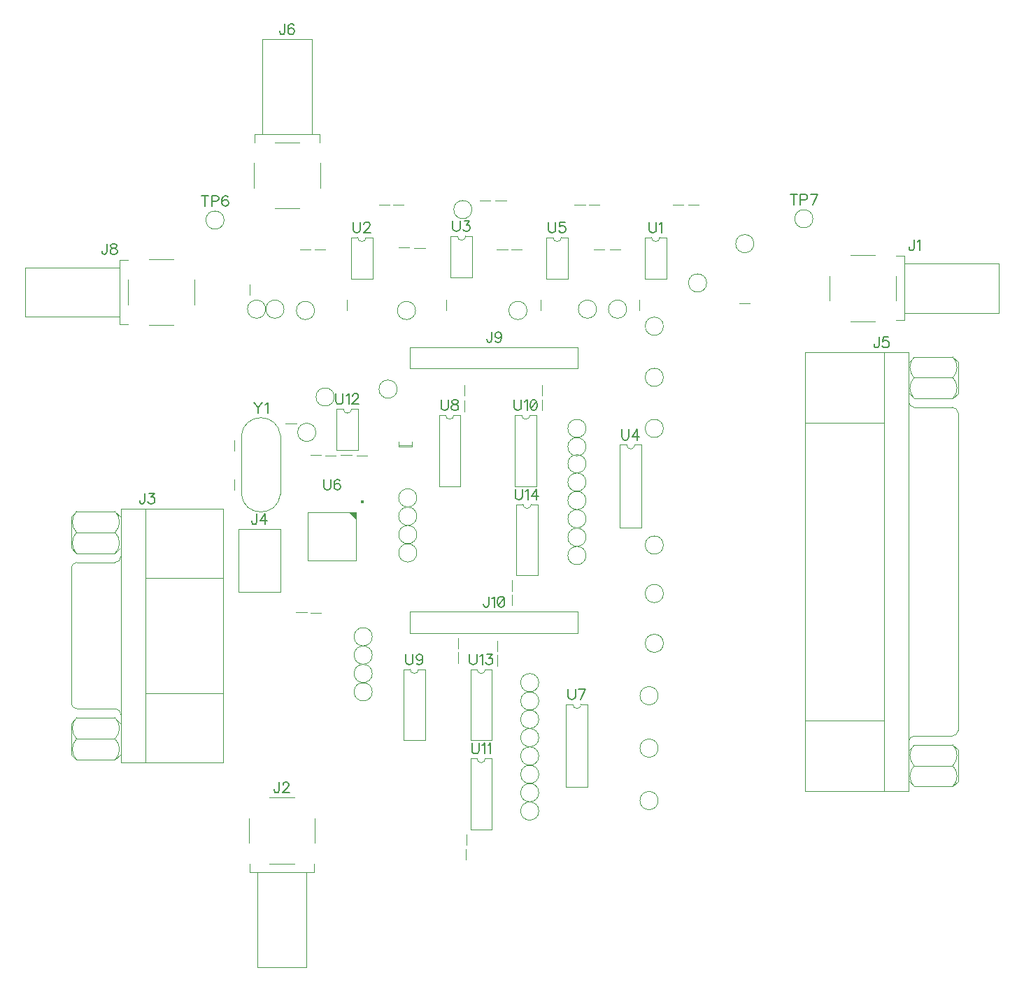
<source format=gbr>
G04 DipTrace 3.3.1.3*
G04 TopSilk.gbr*
%MOIN*%
G04 #@! TF.FileFunction,Legend,Top*
G04 #@! TF.Part,Single*
%ADD10C,0.004724*%
%ADD27O,0.016422X0.016542*%
%ADD74C,0.00772*%
%FSLAX26Y26*%
G04*
G70*
G90*
G75*
G01*
G04 TopSilk*
%LPD*%
X3046276Y3605019D2*
D10*
X3097418D1*
X3119642Y3605117D2*
X3170784D1*
X1028804Y3175687D2*
Y3226829D1*
X1966354Y3100688D2*
Y3151830D1*
X2416354Y3100687D2*
Y3151829D1*
X2275892Y3392617D2*
X2327033D1*
X2207141D2*
X2258283D1*
X2744642D2*
X2795784D1*
X2669741Y3392716D2*
X2720882D1*
X2885103Y3100687D2*
Y3151829D1*
X2577527Y3605019D2*
X2628669D1*
X2644641Y3605117D2*
X2695783D1*
X3414483Y3134899D2*
X3363342D1*
X1813392Y3398868D2*
X1864533D1*
X1338342Y3392617D2*
X1389483D1*
X1269592D2*
X1320734D1*
X1644592Y3605117D2*
X1695734D1*
X1713342D2*
X1764483D1*
X1491304Y3100687D2*
Y3151829D1*
X1538392Y2409636D2*
X1589533D1*
X1463392Y2411368D2*
X1514533D1*
X1738392Y3400600D2*
X1789533D1*
X2125793Y3623770D2*
X2176935D1*
X2200892Y3623868D2*
X2252033D1*
X1388390Y2409636D2*
X1439532D1*
X1319641Y2411368D2*
X1370783D1*
X1370781Y1659901D2*
X1319640D1*
X1302032Y1661633D2*
X1250890D1*
X955321Y2483079D2*
Y2431938D1*
Y2295579D2*
Y2244438D1*
X2024071Y1470579D2*
Y1419438D1*
X2024268Y1539330D2*
Y1488188D1*
X2053852Y2694438D2*
Y2745579D1*
Y2619438D2*
Y2670579D1*
X1200890Y2561368D2*
X1252032D1*
X1801676Y2458296D2*
X1738747D1*
X1801676Y2450847D2*
X1738747D1*
X1801676D2*
Y2474406D1*
X1738747Y2450847D2*
Y2474406D1*
X2422603Y2625688D2*
Y2676830D1*
Y2694438D2*
Y2745579D1*
X2278852Y1763187D2*
Y1814329D1*
Y1694438D2*
Y1745579D1*
X2061836Y550688D2*
Y601830D1*
X2060103Y481938D2*
Y533079D1*
X2210103Y1406938D2*
Y1458079D1*
Y1475688D2*
Y1526830D1*
X4108907Y3361052D2*
X4148293D1*
Y3053965D1*
X4108907D1*
X4010523Y3364989D2*
X3892447D1*
X4108907Y3266564D2*
Y3148453D1*
X4010523Y3050028D2*
X3892447D1*
X3793982Y3266564D2*
Y3148453D1*
X4148293Y3325619D2*
X4601069D1*
Y3089398D1*
X4148293D1*
X1336256Y462564D2*
Y423178D1*
X1029170D1*
Y462564D1*
X1340193Y560947D2*
Y679024D1*
X1241768Y462564D2*
X1123658D1*
X1025233Y560947D2*
Y679024D1*
X1241768Y777489D2*
X1123658D1*
X1300823Y423178D2*
Y-29598D1*
X1064603D1*
Y423178D1*
X204408Y2042934D2*
G03X204408Y1942288I52270J-50323D01*
G01*
Y2142367D2*
G03X204408Y2042934I50784J-49717D01*
G01*
X387693D2*
G03X387693Y2142367I-48321J49717D01*
G01*
Y1942288D2*
G03X387693Y2042934I-49756J50323D01*
G01*
X204408Y1058304D2*
G03X204408Y958871I50784J-49717D01*
G01*
Y1158949D2*
G03X204408Y1058304I52270J-50323D01*
G01*
X387693D2*
G03X387693Y1158949I-49756J50323D01*
G01*
Y958871D2*
G03X387693Y1058304I-48321J49717D01*
G01*
X206581Y1899847D2*
G03X179052Y1871957I570J-28093D01*
G01*
X387693Y1899847D2*
G03X415222Y1926524I1442J26055D01*
G01*
X179052Y1229280D2*
G03X206581Y1201390I28098J204D01*
G01*
X415222Y1174713D2*
G03X387693Y1201390I-26087J622D01*
G01*
Y1942288D2*
X413048Y1967752D1*
X387693Y1942288D2*
X204408D1*
X179052Y1967752D1*
Y2118115D1*
X204408Y2142367D1*
X254394D2*
X246426D1*
X387693D2*
X204408D1*
X413048Y2118115D2*
X387693Y2142367D1*
Y2042934D2*
X204408D1*
X387693Y958871D2*
X413048Y983123D1*
X387693Y958871D2*
X204408D1*
X179052Y983123D1*
Y1133485D1*
X204408Y1158949D1*
X254394D2*
X246426D1*
X387693D2*
X204408D1*
X413048Y1133485D2*
X387693Y1158949D1*
Y1058304D2*
X204408D1*
X387693Y1899847D2*
X206581D1*
X387693Y1201390D2*
X206581D1*
X903498Y1275359D2*
X533306D1*
X415222Y944319D2*
Y2156918D1*
X903498Y1825878D2*
X533306D1*
X903498Y944319D2*
Y2156918D1*
X179052Y1229280D2*
Y1871957D1*
X903498Y944319D2*
X415222D1*
X903498Y2156918D2*
X415222D1*
X533306Y944319D2*
Y2156918D1*
X1176461Y2057508D2*
X976461D1*
Y1757508D1*
X1176461D1*
Y2057508D1*
X4377706Y1071633D2*
G03X4405396Y1098810I-276J27977D01*
G01*
X4169301Y2666724D2*
G03X4196991Y2639546I27967J799D01*
G01*
Y1071633D2*
G03X4169301Y1044456I276J-27977D01*
G01*
X4405396Y2612369D2*
G03X4377706Y2639546I-27967J-799D01*
G01*
X4379892Y2779613D2*
G03X4379892Y2879960I-51488J50173D01*
G01*
Y2681357D2*
G03X4379892Y2781704I-51488J50173D01*
G01*
X4196262D2*
G03X4196262Y2681357I51488J-50173D01*
G01*
Y2879960D2*
G03X4196262Y2779613I51488J-50173D01*
G01*
X4379892Y929476D2*
G03X4379892Y1029822I-51488J50173D01*
G01*
Y831220D2*
G03X4379892Y929476I-48918J49128D01*
G01*
X4196262D2*
G03X4196262Y831220I48918J-49128D01*
G01*
Y1029822D2*
G03X4196262Y929476I51488J-50173D01*
G01*
X4169301Y810314D2*
X3676707D1*
X4169301Y2900865D2*
X3676707D1*
Y810314D2*
Y2900865D1*
X4051253Y1146893D2*
X3676707D1*
X4169301Y810314D2*
Y2900865D1*
X4051253Y2564287D2*
X3676707D1*
X4405396Y1098810D2*
Y2612369D1*
X4377706Y1071633D2*
X4196991D1*
X4377706Y2639546D2*
X4196991D1*
X4051253Y810314D2*
Y2900865D1*
X4171487Y2854873D2*
X4196262Y2879960D1*
X4379892D2*
X4196262D1*
X4405396Y2854873D2*
X4380620Y2879960D1*
X4405396Y2706444D2*
Y2854873D1*
X4380620Y2681357D2*
X4405396Y2706444D1*
X4338356Y2681357D2*
X4330341D1*
X4379892D2*
X4196262D1*
X4171487Y2706444D1*
X4379892Y2781704D2*
X4196262D1*
X4171487Y1004735D2*
X4196262Y1029822D1*
X4379892D2*
X4196262D1*
X4405396Y1004735D2*
X4380620Y1029822D1*
X4405396Y856306D2*
Y1004735D1*
X4380620Y831220D2*
X4405396Y856306D1*
X4338356Y831220D2*
X4330341D1*
X4379892D2*
X4196262D1*
X4171487Y856306D1*
X4379892Y929476D2*
X4196262D1*
X1054169Y3902453D2*
Y3941839D1*
X1361255D1*
Y3902453D1*
X1050231Y3804069D2*
Y3685993D1*
X1148657Y3902453D2*
X1266767D1*
X1365192Y3804069D2*
Y3685993D1*
X1148657Y3587528D2*
X1266767D1*
X1089602Y3941839D2*
Y4394615D1*
X1325822D1*
Y3941839D1*
X450268Y3035214D2*
X410882D1*
Y3342301D1*
X450268D1*
X548652Y3031277D2*
X666729D1*
X450268Y3129703D2*
Y3247813D1*
X548652Y3346238D2*
X666729D1*
X765193Y3129703D2*
Y3247813D1*
X410882Y3070648D2*
X-41893D1*
Y3306868D1*
X410882D1*
X2594141Y2826256D2*
X1794214D1*
Y2926258D1*
X2594141D1*
Y2826256D1*
Y1563756D2*
X1794214D1*
Y1663758D1*
X2594141D1*
Y1563756D1*
X2595655Y3107508D2*
G02X2595655Y3107508I43307J0D01*
G01*
X3345606Y3420008D2*
G02X3345606Y3420008I43307J0D01*
G01*
X3120606Y3232508D2*
G02X3120606Y3232508I43307J0D01*
G01*
X2545655Y1932508D2*
G02X2545655Y1932508I43307J0D01*
G01*
X2001856Y3582508D2*
G02X2001856Y3582508I43307J0D01*
G01*
X820655Y3532508D2*
G02X820655Y3532508I43307J0D01*
G01*
X3626905Y3538759D2*
G02X3626905Y3538759I43307J0D01*
G01*
X1106373Y3107508D2*
G02X1106373Y3107508I43307J0D01*
G01*
X1251856Y3101258D2*
G02X1251856Y3101258I43307J0D01*
G01*
X2264405D2*
G02X2264405Y3101258I43307J0D01*
G01*
X2739406Y3107508D2*
G02X2739406Y3107508I43307J0D01*
G01*
X1733155Y3101258D2*
G02X1733155Y3101258I43307J0D01*
G01*
X1018873Y3107508D2*
G02X1018873Y3107508I43307J0D01*
G01*
X2545655Y2020008D2*
G02X2545655Y2020008I43307J0D01*
G01*
Y2107508D2*
G02X2545655Y2107508I43307J0D01*
G01*
Y2195008D2*
G02X2545655Y2195008I43307J0D01*
G01*
Y2282508D2*
G02X2545655Y2282508I43307J0D01*
G01*
Y2370008D2*
G02X2545655Y2370008I43307J0D01*
G01*
Y2451258D2*
G02X2545655Y2451258I43307J0D01*
G01*
Y2538758D2*
G02X2545655Y2538758I43307J0D01*
G01*
X2320654Y713758D2*
G02X2320654Y713758I43307J0D01*
G01*
X1739406Y1945010D2*
G02X1739406Y1945010I43307J0D01*
G01*
X2320654Y801258D2*
G02X2320654Y801258I43307J0D01*
G01*
Y888758D2*
G02X2320654Y888758I43307J0D01*
G01*
Y976258D2*
G02X2320654Y976258I43307J0D01*
G01*
Y1063758D2*
G02X2320654Y1063758I43307J0D01*
G01*
Y1151258D2*
G02X2320654Y1151258I43307J0D01*
G01*
Y1238758D2*
G02X2320654Y1238758I43307J0D01*
G01*
Y1326258D2*
G02X2320654Y1326258I43307J0D01*
G01*
X1258154Y2520008D2*
G02X1258154Y2520008I43307J0D01*
G01*
X1739406Y2032510D2*
G02X1739406Y2032510I43307J0D01*
G01*
Y2120008D2*
G02X1739406Y2120008I43307J0D01*
G01*
Y2207508D2*
G02X1739406Y2207508I43307J0D01*
G01*
X1526903Y1545008D2*
G02X1526903Y1545008I43307J0D01*
G01*
Y1457508D2*
G02X1526903Y1457508I43307J0D01*
G01*
Y1370008D2*
G02X1526903Y1370008I43307J0D01*
G01*
Y1282508D2*
G02X1526903Y1282508I43307J0D01*
G01*
X1345655Y2688758D2*
G02X1345655Y2688758I43307J0D01*
G01*
X1645655Y2726259D2*
G02X1645655Y2726259I43307J0D01*
G01*
X2914406Y3026258D2*
G02X2914406Y3026258I43307J0D01*
G01*
Y2782508D2*
G02X2914406Y2782508I43307J0D01*
G01*
Y2538758D2*
G02X2914406Y2538758I43307J0D01*
G01*
X2914405Y1982508D2*
G02X2914405Y1982508I43307J0D01*
G01*
X2914406Y1751258D2*
G02X2914406Y1751258I43307J0D01*
G01*
Y1513758D2*
G02X2914406Y1513758I43307J0D01*
G01*
X2889406Y1263759D2*
G02X2889406Y1263759I43307J0D01*
G01*
Y1013759D2*
G02X2889406Y1013759I43307J0D01*
G01*
X2889405Y763759D2*
G02X2889405Y763759I43307J0D01*
G01*
X2912774Y3449685D2*
Y3252831D1*
X3015151Y3449685D2*
Y3252831D1*
X2912774D2*
X3015151D1*
X2944268Y3449685D2*
X2912774D1*
X2983657D2*
X3015151D1*
X2944268D2*
G03X2983657Y3449685I19694J9D01*
G01*
X1512724D2*
Y3252831D1*
X1615101Y3449685D2*
Y3252831D1*
X1512724D2*
X1615101D1*
X1544218Y3449685D2*
X1512724D1*
X1583607D2*
X1615101D1*
X1544218D2*
G03X1583607Y3449685I19694J9D01*
G01*
X1987774Y3455936D2*
Y3259081D1*
X2090151Y3455936D2*
Y3259081D1*
X1987774D2*
X2090151D1*
X2019268Y3455936D2*
X1987774D1*
X2058657D2*
X2090151D1*
X2019268D2*
G03X2058657Y3455936I19694J9D01*
G01*
X2794073Y2460592D2*
Y2066923D1*
X2896450Y2460592D2*
Y2066923D1*
X2794073D2*
X2896450D1*
X2794073Y2460592D2*
X2825567D1*
X2864956D2*
X2896450D1*
X2825567D2*
G03X2864956Y2460592I19694J11D01*
G01*
X2444025Y3449685D2*
Y3252831D1*
X2546401Y3449685D2*
Y3252831D1*
X2444025D2*
X2546401D1*
X2475519Y3449685D2*
X2444025D1*
X2514908D2*
X2546401D1*
X2475519D2*
G03X2514908Y3449685I19694J9D01*
G01*
X1534689Y2137565D2*
X1306326D1*
Y1909242D1*
X1534689D1*
Y2137565D1*
D27*
X1565804Y2189218D3*
G36*
X1534689Y2137565D2*
X1503196D1*
X1534689Y2106072D1*
Y2137565D1*
G37*
X2537824Y1223092D2*
D10*
Y829423D1*
X2640201Y1223092D2*
Y829423D1*
X2537824D2*
X2640201D1*
X2537824Y1223092D2*
X2569318D1*
X2608707D2*
X2640201D1*
X2569318D2*
G03X2608707Y1223092I19694J11D01*
G01*
X1931573Y2601805D2*
Y2263212D1*
X2033950Y2601805D2*
Y2263212D1*
X1931573D2*
X2033950D1*
X1931573Y2601805D2*
X1963067D1*
X2002456D2*
X2033950D1*
X1963067D2*
G03X2002456Y2601805I19694J-12D01*
G01*
X1762824Y1389305D2*
Y1050712D1*
X1865201Y1389305D2*
Y1050712D1*
X1762824D2*
X1865201D1*
X1762824Y1389305D2*
X1794318D1*
X1833707D2*
X1865201D1*
X1794318D2*
G03X1833707Y1389305I19694J-12D01*
G01*
X2294024Y2601805D2*
Y2263212D1*
X2396400Y2601805D2*
Y2263212D1*
X2294024D2*
X2396400D1*
X2294024Y2601805D2*
X2325517D1*
X2364906D2*
X2396400D1*
X2325517D2*
G03X2364906Y2601805I19694J-12D01*
G01*
X2081573Y964305D2*
Y625712D1*
X2183950Y964305D2*
Y625712D1*
X2081573D2*
X2183950D1*
X2081573Y964305D2*
X2113067D1*
X2152456D2*
X2183950D1*
X2113067D2*
G03X2152456Y964305I19694J-12D01*
G01*
X1444073Y2630936D2*
Y2434081D1*
X1546450Y2630936D2*
Y2434081D1*
X1444073D2*
X1546450D1*
X1475567Y2630936D2*
X1444073D1*
X1514956D2*
X1546450D1*
X1475567D2*
G03X1514956Y2630936I19694J9D01*
G01*
X2081573Y1389305D2*
Y1050712D1*
X2183950Y1389305D2*
Y1050712D1*
X2081573D2*
X2183950D1*
X2081573Y1389305D2*
X2113067D1*
X2152456D2*
X2183950D1*
X2113067D2*
G03X2152456Y1389305I19694J-12D01*
G01*
X2300323Y2176805D2*
Y1838212D1*
X2402699Y2176805D2*
Y1838212D1*
X2300323D2*
X2402699D1*
X2300323Y2176805D2*
X2331817D1*
X2371206D2*
X2402699D1*
X2331817D2*
G03X2371206Y2176805I19694J-12D01*
G01*
X1175586Y2225344D2*
Y2504673D1*
X989838Y2225344D2*
Y2504673D1*
Y2225344D2*
G03X1175586Y2225344I92874J8216D01*
G01*
Y2504673D2*
G03X989838Y2504673I-92874J-8216D01*
G01*
X4195775Y3438212D2*
D74*
Y3399965D1*
X4193398Y3392780D1*
X4190966Y3390404D1*
X4186213Y3387972D1*
X4181405D1*
X4176652Y3390404D1*
X4174275Y3392780D1*
X4171843Y3399965D1*
Y3404718D1*
X4211214Y3428595D2*
X4216023Y3431027D1*
X4223208Y3438157D1*
Y3387972D1*
X1170213Y850712D2*
Y812465D1*
X1167836Y805280D1*
X1165404Y802904D1*
X1160651Y800472D1*
X1155843D1*
X1151089Y802904D1*
X1148713Y805280D1*
X1146281Y812465D1*
Y817218D1*
X1188084Y838718D2*
Y841095D1*
X1190460Y845903D1*
X1192837Y848280D1*
X1197645Y850657D1*
X1207207D1*
X1211960Y848280D1*
X1214337Y845903D1*
X1216769Y841095D1*
Y836342D1*
X1214337Y831533D1*
X1209584Y824403D1*
X1185652Y800472D1*
X1219145D1*
X528774Y2230141D2*
Y2191894D1*
X526398Y2184709D1*
X523966Y2182333D1*
X519213Y2179901D1*
X514404D1*
X509651Y2182333D1*
X507275Y2184709D1*
X504843Y2191894D1*
Y2196648D1*
X549022Y2230086D2*
X575275D1*
X560960Y2210962D1*
X568145D1*
X572898Y2208586D1*
X575275Y2206209D1*
X577707Y2199024D1*
Y2194271D1*
X575275Y2187086D1*
X570522Y2182278D1*
X563337Y2179901D1*
X556152D1*
X549022Y2182278D1*
X546645Y2184709D1*
X544214Y2189463D1*
X1062772Y2130731D2*
Y2092485D1*
X1060396Y2085300D1*
X1057964Y2082923D1*
X1053211Y2080491D1*
X1048402D1*
X1043649Y2082923D1*
X1041273Y2085300D1*
X1038841Y2092485D1*
Y2097238D1*
X1102143Y2080491D2*
Y2130676D1*
X1078212Y2097238D1*
X1114082D1*
X4028557Y2974088D2*
Y2935842D1*
X4026180Y2928657D1*
X4023748Y2926280D1*
X4018995Y2923848D1*
X4014186D1*
X4009433Y2926280D1*
X4007057Y2928657D1*
X4004625Y2935842D1*
Y2940595D1*
X4072681Y2974033D2*
X4048804D1*
X4046428Y2952533D1*
X4048804Y2954910D1*
X4055989Y2957342D1*
X4063119D1*
X4070304Y2954910D1*
X4075113Y2950157D1*
X4077489Y2942972D1*
Y2938219D1*
X4075113Y2931033D1*
X4070304Y2926225D1*
X4063119Y2923848D1*
X4055989D1*
X4048804Y2926225D1*
X4046428Y2928657D1*
X4043996Y2933410D1*
X1196427Y4467838D2*
Y4429591D1*
X1194051Y4422406D1*
X1191619Y4420030D1*
X1186866Y4417598D1*
X1182057D1*
X1177304Y4420030D1*
X1174927Y4422406D1*
X1172496Y4429591D1*
Y4434344D1*
X1240551Y4460653D2*
X1238175Y4465406D1*
X1230990Y4467783D1*
X1226237D1*
X1219052Y4465406D1*
X1214243Y4458221D1*
X1211867Y4446283D1*
Y4434344D1*
X1214243Y4424783D1*
X1219052Y4419974D1*
X1226237Y4417598D1*
X1228613D1*
X1235743Y4419974D1*
X1240551Y4424783D1*
X1242928Y4431968D1*
Y4434344D1*
X1240551Y4441529D1*
X1235743Y4446283D1*
X1228613Y4448659D1*
X1226237D1*
X1219052Y4446283D1*
X1214243Y4441529D1*
X1211867Y4434344D1*
X349177Y3419461D2*
Y3381215D1*
X346801Y3374030D1*
X344369Y3371653D1*
X339616Y3369221D1*
X334807D1*
X330054Y3371653D1*
X327677Y3374030D1*
X325246Y3381215D1*
Y3385968D1*
X376555Y3419406D2*
X369425Y3417029D1*
X366993Y3412276D1*
Y3407468D1*
X369425Y3402714D1*
X374178Y3400283D1*
X383740Y3397906D1*
X390925Y3395529D1*
X395678Y3390721D1*
X398055Y3385968D1*
Y3378783D1*
X395678Y3374030D1*
X393301Y3371598D1*
X386116Y3369221D1*
X376555D1*
X369425Y3371598D1*
X366993Y3374030D1*
X364617Y3378783D1*
Y3385968D1*
X366993Y3390721D1*
X371802Y3395529D1*
X378931Y3397906D1*
X388493Y3400283D1*
X393301Y3402714D1*
X395678Y3407468D1*
Y3412276D1*
X393301Y3417029D1*
X386116Y3419406D1*
X376555D1*
X2182866Y2999481D2*
Y2961234D1*
X2180489Y2954049D1*
X2178057Y2951673D1*
X2173304Y2949241D1*
X2168495D1*
X2163742Y2951673D1*
X2161366Y2954049D1*
X2158934Y2961234D1*
Y2965987D1*
X2229422Y2982734D2*
X2226990Y2975549D1*
X2222237Y2970741D1*
X2215051Y2968364D1*
X2212675D1*
X2205490Y2970741D1*
X2200737Y2975549D1*
X2198305Y2982734D1*
Y2985111D1*
X2200737Y2992296D1*
X2205490Y2997049D1*
X2212675Y2999426D1*
X2215051D1*
X2222237Y2997049D1*
X2226990Y2992296D1*
X2229422Y2982734D1*
Y2970741D1*
X2226990Y2958802D1*
X2222237Y2951617D1*
X2215051Y2949241D1*
X2210298D1*
X2203113Y2951617D1*
X2200737Y2956426D1*
X2167961Y1736981D2*
Y1698734D1*
X2165584Y1691549D1*
X2163152Y1689173D1*
X2158399Y1686741D1*
X2153591D1*
X2148838Y1689173D1*
X2146461Y1691549D1*
X2144029Y1698734D1*
Y1703487D1*
X2183400Y1727364D2*
X2188209Y1729796D1*
X2195394Y1736926D1*
Y1686741D1*
X2225203Y1736926D2*
X2218018Y1734549D1*
X2213209Y1727364D1*
X2210833Y1715426D1*
Y1708241D1*
X2213209Y1696302D1*
X2218018Y1689117D1*
X2225203Y1686741D1*
X2229956D1*
X2237141Y1689117D1*
X2241894Y1696302D1*
X2244326Y1708241D1*
Y1715426D1*
X2241894Y1727364D1*
X2237141Y1734549D1*
X2229956Y1736926D1*
X2225203D1*
X2241894Y1727364D2*
X2213209Y1696302D1*
X816246Y3649039D2*
Y3598799D1*
X799499Y3649039D2*
X832992D1*
X848432Y3622730D2*
X869987D1*
X877117Y3625107D1*
X879548Y3627539D1*
X881925Y3632292D1*
Y3639477D1*
X879548Y3644230D1*
X877117Y3646662D1*
X869987Y3649039D1*
X848432D1*
Y3598799D1*
X926049Y3641854D2*
X923673Y3646607D1*
X916488Y3648983D1*
X911734D1*
X904549Y3646607D1*
X899741Y3639422D1*
X897364Y3627483D1*
Y3615545D1*
X899741Y3605984D1*
X904549Y3601175D1*
X911734Y3598799D1*
X914111D1*
X921241Y3601175D1*
X926049Y3605984D1*
X928426Y3613169D1*
Y3615545D1*
X926049Y3622730D1*
X921241Y3627483D1*
X914111Y3629860D1*
X911734D1*
X904549Y3627483D1*
X899741Y3622730D1*
X897364Y3615545D1*
X3621279Y3655289D2*
Y3605049D1*
X3604533Y3655289D2*
X3638026D1*
X3653465Y3628981D2*
X3675020D1*
X3682150Y3631358D1*
X3684582Y3633789D1*
X3686958Y3638543D1*
Y3645728D1*
X3684582Y3650481D1*
X3682150Y3652913D1*
X3675020Y3655289D1*
X3653465D1*
Y3605049D1*
X3711959D2*
X3735891Y3655234D1*
X3702398D1*
X2933499Y3522908D2*
Y3487038D1*
X2935876Y3479853D1*
X2940684Y3475100D1*
X2947870Y3472668D1*
X2952623D1*
X2959808Y3475100D1*
X2964616Y3479853D1*
X2966993Y3487038D1*
Y3522908D1*
X2982432Y3513291D2*
X2987240Y3515723D1*
X2994426Y3522853D1*
Y3472668D1*
X1522700Y3522908D2*
Y3487038D1*
X1525076Y3479853D1*
X1529885Y3475100D1*
X1537070Y3472668D1*
X1541823D1*
X1549008Y3475100D1*
X1553816Y3479853D1*
X1556193Y3487038D1*
Y3522908D1*
X1574064Y3510914D2*
Y3513291D1*
X1576441Y3518100D1*
X1578817Y3520476D1*
X1583626Y3522853D1*
X1593187D1*
X1597941Y3520476D1*
X1600317Y3518100D1*
X1602749Y3513291D1*
Y3508538D1*
X1600317Y3503729D1*
X1595564Y3496600D1*
X1571632Y3472668D1*
X1605126D1*
X1997750Y3529159D2*
Y3493289D1*
X2000126Y3486104D1*
X2004935Y3481350D1*
X2012120Y3478919D1*
X2016873D1*
X2024058Y3481350D1*
X2028866Y3486104D1*
X2031243Y3493289D1*
Y3529159D1*
X2051491Y3529103D2*
X2077744D1*
X2063429Y3509980D1*
X2070614D1*
X2075367Y3507604D1*
X2077744Y3505227D1*
X2080175Y3498042D1*
Y3493289D1*
X2077744Y3486104D1*
X2072990Y3481295D1*
X2065805Y3478919D1*
X2058620D1*
X2051491Y3481295D1*
X2049114Y3483727D1*
X2046682Y3488480D1*
X2802860Y2533815D2*
Y2497946D1*
X2805237Y2490760D1*
X2810045Y2486007D1*
X2817231Y2483575D1*
X2821984D1*
X2829169Y2486007D1*
X2833977Y2490760D1*
X2836354Y2497946D1*
Y2533815D1*
X2875725Y2483575D2*
Y2533760D1*
X2851793Y2500322D1*
X2887663D1*
X2454000Y3522908D2*
Y3487038D1*
X2456377Y3479853D1*
X2461185Y3475100D1*
X2468370Y3472668D1*
X2473123D1*
X2480308Y3475100D1*
X2485117Y3479853D1*
X2487494Y3487038D1*
Y3522908D1*
X2531618Y3522853D2*
X2507741D1*
X2505365Y3501353D1*
X2507741Y3503729D1*
X2514926Y3506161D1*
X2522056D1*
X2529241Y3503729D1*
X2534049Y3498976D1*
X2536426Y3491791D1*
Y3487038D1*
X2534049Y3479853D1*
X2529241Y3475045D1*
X2522056Y3472668D1*
X2514926D1*
X2507741Y3475045D1*
X2505365Y3477476D1*
X2502933Y3482230D1*
X1382479Y2295445D2*
Y2259575D1*
X1384855Y2252390D1*
X1389664Y2247637D1*
X1396849Y2245205D1*
X1401602D1*
X1408787Y2247637D1*
X1413595Y2252390D1*
X1415972Y2259575D1*
Y2295445D1*
X1460096Y2288260D2*
X1457719Y2293014D1*
X1450534Y2295390D1*
X1445781D1*
X1438596Y2293014D1*
X1433788Y2285828D1*
X1431411Y2273890D1*
Y2261952D1*
X1433788Y2252390D1*
X1438596Y2247582D1*
X1445781Y2245205D1*
X1448158D1*
X1455288Y2247582D1*
X1460096Y2252390D1*
X1462473Y2259575D1*
Y2261952D1*
X1460096Y2269137D1*
X1455288Y2273890D1*
X1448158Y2276267D1*
X1445781D1*
X1438596Y2273890D1*
X1433788Y2269137D1*
X1431411Y2261952D1*
X2547799Y1296315D2*
Y1260446D1*
X2550176Y1253260D1*
X2554984Y1248507D1*
X2562169Y1246075D1*
X2566923D1*
X2574108Y1248507D1*
X2578916Y1253260D1*
X2581293Y1260446D1*
Y1296315D1*
X2606294Y1246075D2*
X2630225Y1296260D1*
X2596732D1*
X1941576Y2675028D2*
Y2639158D1*
X1943953Y2631973D1*
X1948761Y2627220D1*
X1955946Y2624788D1*
X1960700D1*
X1967885Y2627220D1*
X1972693Y2631973D1*
X1975070Y2639158D1*
Y2675028D1*
X2002447Y2674973D2*
X1995317Y2672596D1*
X1992886Y2667843D1*
Y2663035D1*
X1995317Y2658281D1*
X2000071Y2655850D1*
X2009632Y2653473D1*
X2016817Y2651096D1*
X2021570Y2646288D1*
X2023947Y2641535D1*
Y2634350D1*
X2021570Y2629597D1*
X2019194Y2627165D1*
X2012009Y2624788D1*
X2002447D1*
X1995317Y2627165D1*
X1992886Y2629597D1*
X1990509Y2634350D1*
Y2641535D1*
X1992886Y2646288D1*
X1997694Y2651096D1*
X2004824Y2653473D1*
X2014385Y2655850D1*
X2019194Y2658281D1*
X2021570Y2663035D1*
Y2667843D1*
X2019194Y2672596D1*
X2012009Y2674973D1*
X2002447D1*
X1773988Y1462528D2*
Y1426658D1*
X1776364Y1419473D1*
X1781173Y1414720D1*
X1788358Y1412288D1*
X1793111D1*
X1800296Y1414720D1*
X1805104Y1419473D1*
X1807481Y1426658D1*
Y1462528D1*
X1854037Y1445781D2*
X1851605Y1438596D1*
X1846852Y1433788D1*
X1839667Y1431411D1*
X1837290D1*
X1830105Y1433788D1*
X1825352Y1438596D1*
X1822920Y1445781D1*
Y1448158D1*
X1825352Y1455343D1*
X1830105Y1460096D1*
X1837290Y1462473D1*
X1839667D1*
X1846852Y1460096D1*
X1851605Y1455343D1*
X1854037Y1445781D1*
Y1433788D1*
X1851605Y1421850D1*
X1846852Y1414665D1*
X1839667Y1412288D1*
X1834914D1*
X1827729Y1414665D1*
X1825352Y1419473D1*
X2290282Y2675028D2*
Y2639158D1*
X2292659Y2631973D1*
X2297468Y2627220D1*
X2304653Y2624788D1*
X2309406D1*
X2316591Y2627220D1*
X2321399Y2631973D1*
X2323776Y2639158D1*
Y2675028D1*
X2339215Y2665411D2*
X2344024Y2667843D1*
X2351209Y2674973D1*
Y2624788D1*
X2381018Y2674973D2*
X2373833Y2672596D1*
X2369024Y2665411D1*
X2366648Y2653473D1*
Y2646288D1*
X2369024Y2634350D1*
X2373833Y2627165D1*
X2381018Y2624788D1*
X2385771D1*
X2392956Y2627165D1*
X2397709Y2634350D1*
X2400141Y2646288D1*
Y2653473D1*
X2397709Y2665411D1*
X2392956Y2672596D1*
X2385771Y2674973D1*
X2381018D1*
X2397709Y2665411D2*
X2369024Y2634350D1*
X2088582Y1037528D2*
Y1001658D1*
X2090959Y994473D1*
X2095767Y989720D1*
X2102952Y987288D1*
X2107706D1*
X2114891Y989720D1*
X2119699Y994473D1*
X2122076Y1001658D1*
Y1037528D1*
X2137515Y1027911D2*
X2142323Y1030343D1*
X2149508Y1037473D1*
Y987288D1*
X2164948Y1027911D2*
X2169756Y1030343D1*
X2176941Y1037473D1*
Y987288D1*
X1440332Y2704159D2*
Y2668289D1*
X1442709Y2661104D1*
X1447517Y2656350D1*
X1454702Y2653919D1*
X1459456D1*
X1466641Y2656350D1*
X1471449Y2661104D1*
X1473826Y2668289D1*
Y2704159D1*
X1489265Y2694542D2*
X1494073Y2696974D1*
X1501258Y2704103D1*
Y2653919D1*
X1519130Y2692165D2*
Y2694542D1*
X1521506Y2699350D1*
X1523883Y2701727D1*
X1528691Y2704103D1*
X1538253D1*
X1543006Y2701727D1*
X1545383Y2699350D1*
X1547814Y2694542D1*
Y2689789D1*
X1545383Y2684980D1*
X1540629Y2677850D1*
X1516698Y2653919D1*
X1550191D1*
X2077832Y1462528D2*
Y1426658D1*
X2080209Y1419473D1*
X2085017Y1414720D1*
X2092202Y1412288D1*
X2096956D1*
X2104141Y1414720D1*
X2108949Y1419473D1*
X2111326Y1426658D1*
Y1462528D1*
X2126765Y1452911D2*
X2131573Y1455343D1*
X2138758Y1462473D1*
Y1412288D1*
X2159006Y1462473D2*
X2185259D1*
X2170944Y1443350D1*
X2178129D1*
X2182883Y1440973D1*
X2185259Y1438596D1*
X2187691Y1431411D1*
Y1426658D1*
X2185259Y1419473D1*
X2180506Y1414665D1*
X2173321Y1412288D1*
X2166136D1*
X2159006Y1414665D1*
X2156630Y1417097D1*
X2154198Y1421850D1*
X2295393Y2250028D2*
Y2214158D1*
X2297770Y2206973D1*
X2302578Y2202220D1*
X2309763Y2199788D1*
X2314517D1*
X2321702Y2202220D1*
X2326510Y2206973D1*
X2328887Y2214158D1*
Y2250028D1*
X2344326Y2240411D2*
X2349134Y2242843D1*
X2356319Y2249973D1*
Y2199788D1*
X2395690D2*
Y2249973D1*
X2371759Y2216535D1*
X2407629D1*
X1049872Y2662917D2*
X1068995Y2638985D1*
Y2612677D1*
X1088119Y2662917D2*
X1068995Y2638985D1*
X1103558Y2653300D2*
X1108366Y2655731D1*
X1115551Y2662861D1*
Y2612677D1*
M02*

</source>
